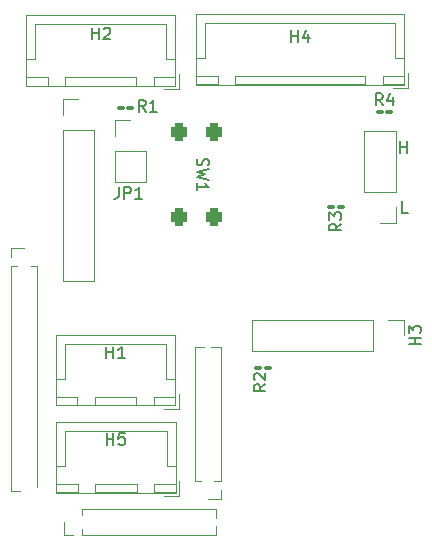
<source format=gto>
G04 #@! TF.GenerationSoftware,KiCad,Pcbnew,7.0.6*
G04 #@! TF.CreationDate,2023-10-04T20:15:19-05:00*
G04 #@! TF.ProjectId,qvadrans_adapter_board,71766164-7261-46e7-935f-616461707465,rev?*
G04 #@! TF.SameCoordinates,Original*
G04 #@! TF.FileFunction,Legend,Top*
G04 #@! TF.FilePolarity,Positive*
%FSLAX46Y46*%
G04 Gerber Fmt 4.6, Leading zero omitted, Abs format (unit mm)*
G04 Created by KiCad (PCBNEW 7.0.6) date 2023-10-04 20:15:19*
%MOMM*%
%LPD*%
G01*
G04 APERTURE LIST*
G04 Aperture macros list*
%AMRoundRect*
0 Rectangle with rounded corners*
0 $1 Rounding radius*
0 $2 $3 $4 $5 $6 $7 $8 $9 X,Y pos of 4 corners*
0 Add a 4 corners polygon primitive as box body*
4,1,4,$2,$3,$4,$5,$6,$7,$8,$9,$2,$3,0*
0 Add four circle primitives for the rounded corners*
1,1,$1+$1,$2,$3*
1,1,$1+$1,$4,$5*
1,1,$1+$1,$6,$7*
1,1,$1+$1,$8,$9*
0 Add four rect primitives between the rounded corners*
20,1,$1+$1,$2,$3,$4,$5,0*
20,1,$1+$1,$4,$5,$6,$7,0*
20,1,$1+$1,$6,$7,$8,$9,0*
20,1,$1+$1,$8,$9,$2,$3,0*%
G04 Aperture macros list end*
%ADD10C,0.150000*%
%ADD11C,0.120000*%
%ADD12R,1.700000X1.700000*%
%ADD13O,1.700000X1.700000*%
%ADD14RoundRect,0.100000X0.217500X0.100000X-0.217500X0.100000X-0.217500X-0.100000X0.217500X-0.100000X0*%
%ADD15C,3.500000*%
%ADD16R,1.700000X1.950000*%
%ADD17O,1.700000X1.950000*%
%ADD18RoundRect,0.100000X-0.217500X-0.100000X0.217500X-0.100000X0.217500X0.100000X-0.217500X0.100000X0*%
%ADD19O,1.000000X1.000000*%
%ADD20R,1.000000X1.000000*%
%ADD21RoundRect,0.350000X-0.350000X0.450000X-0.350000X-0.450000X0.350000X-0.450000X0.350000X0.450000X0*%
%ADD22C,3.800000*%
G04 APERTURE END LIST*
D10*
X151989286Y-98179819D02*
X151989286Y-97179819D01*
X151989286Y-97656009D02*
X152560714Y-97656009D01*
X152560714Y-98179819D02*
X152560714Y-97179819D01*
X152634523Y-103204819D02*
X152158333Y-103204819D01*
X152158333Y-103204819D02*
X152158333Y-102204819D01*
X153734819Y-114361904D02*
X152734819Y-114361904D01*
X153211009Y-114361904D02*
X153211009Y-113790476D01*
X153734819Y-113790476D02*
X152734819Y-113790476D01*
X152734819Y-113409523D02*
X152734819Y-112790476D01*
X152734819Y-112790476D02*
X153115771Y-113123809D01*
X153115771Y-113123809D02*
X153115771Y-112980952D01*
X153115771Y-112980952D02*
X153163390Y-112885714D01*
X153163390Y-112885714D02*
X153211009Y-112838095D01*
X153211009Y-112838095D02*
X153306247Y-112790476D01*
X153306247Y-112790476D02*
X153544342Y-112790476D01*
X153544342Y-112790476D02*
X153639580Y-112838095D01*
X153639580Y-112838095D02*
X153687200Y-112885714D01*
X153687200Y-112885714D02*
X153734819Y-112980952D01*
X153734819Y-112980952D02*
X153734819Y-113266666D01*
X153734819Y-113266666D02*
X153687200Y-113361904D01*
X153687200Y-113361904D02*
X153639580Y-113409523D01*
X147004819Y-104141666D02*
X146528628Y-104474999D01*
X147004819Y-104713094D02*
X146004819Y-104713094D01*
X146004819Y-104713094D02*
X146004819Y-104332142D01*
X146004819Y-104332142D02*
X146052438Y-104236904D01*
X146052438Y-104236904D02*
X146100057Y-104189285D01*
X146100057Y-104189285D02*
X146195295Y-104141666D01*
X146195295Y-104141666D02*
X146338152Y-104141666D01*
X146338152Y-104141666D02*
X146433390Y-104189285D01*
X146433390Y-104189285D02*
X146481009Y-104236904D01*
X146481009Y-104236904D02*
X146528628Y-104332142D01*
X146528628Y-104332142D02*
X146528628Y-104713094D01*
X146004819Y-103808332D02*
X146004819Y-103189285D01*
X146004819Y-103189285D02*
X146385771Y-103522618D01*
X146385771Y-103522618D02*
X146385771Y-103379761D01*
X146385771Y-103379761D02*
X146433390Y-103284523D01*
X146433390Y-103284523D02*
X146481009Y-103236904D01*
X146481009Y-103236904D02*
X146576247Y-103189285D01*
X146576247Y-103189285D02*
X146814342Y-103189285D01*
X146814342Y-103189285D02*
X146909580Y-103236904D01*
X146909580Y-103236904D02*
X146957200Y-103284523D01*
X146957200Y-103284523D02*
X147004819Y-103379761D01*
X147004819Y-103379761D02*
X147004819Y-103665475D01*
X147004819Y-103665475D02*
X146957200Y-103760713D01*
X146957200Y-103760713D02*
X146909580Y-103808332D01*
X125878095Y-88532819D02*
X125878095Y-87532819D01*
X125878095Y-88009009D02*
X126449523Y-88009009D01*
X126449523Y-88532819D02*
X126449523Y-87532819D01*
X126878095Y-87628057D02*
X126925714Y-87580438D01*
X126925714Y-87580438D02*
X127020952Y-87532819D01*
X127020952Y-87532819D02*
X127259047Y-87532819D01*
X127259047Y-87532819D02*
X127354285Y-87580438D01*
X127354285Y-87580438D02*
X127401904Y-87628057D01*
X127401904Y-87628057D02*
X127449523Y-87723295D01*
X127449523Y-87723295D02*
X127449523Y-87818533D01*
X127449523Y-87818533D02*
X127401904Y-87961390D01*
X127401904Y-87961390D02*
X126830476Y-88532819D01*
X126830476Y-88532819D02*
X127449523Y-88532819D01*
X142748095Y-88752819D02*
X142748095Y-87752819D01*
X142748095Y-88229009D02*
X143319523Y-88229009D01*
X143319523Y-88752819D02*
X143319523Y-87752819D01*
X144224285Y-88086152D02*
X144224285Y-88752819D01*
X143986190Y-87705200D02*
X143748095Y-88419485D01*
X143748095Y-88419485D02*
X144367142Y-88419485D01*
X150508333Y-94104819D02*
X150175000Y-93628628D01*
X149936905Y-94104819D02*
X149936905Y-93104819D01*
X149936905Y-93104819D02*
X150317857Y-93104819D01*
X150317857Y-93104819D02*
X150413095Y-93152438D01*
X150413095Y-93152438D02*
X150460714Y-93200057D01*
X150460714Y-93200057D02*
X150508333Y-93295295D01*
X150508333Y-93295295D02*
X150508333Y-93438152D01*
X150508333Y-93438152D02*
X150460714Y-93533390D01*
X150460714Y-93533390D02*
X150413095Y-93581009D01*
X150413095Y-93581009D02*
X150317857Y-93628628D01*
X150317857Y-93628628D02*
X149936905Y-93628628D01*
X151365476Y-93438152D02*
X151365476Y-94104819D01*
X151127381Y-93057200D02*
X150889286Y-93771485D01*
X150889286Y-93771485D02*
X151508333Y-93771485D01*
X128141666Y-101044819D02*
X128141666Y-101759104D01*
X128141666Y-101759104D02*
X128094047Y-101901961D01*
X128094047Y-101901961D02*
X127998809Y-101997200D01*
X127998809Y-101997200D02*
X127855952Y-102044819D01*
X127855952Y-102044819D02*
X127760714Y-102044819D01*
X128617857Y-102044819D02*
X128617857Y-101044819D01*
X128617857Y-101044819D02*
X128998809Y-101044819D01*
X128998809Y-101044819D02*
X129094047Y-101092438D01*
X129094047Y-101092438D02*
X129141666Y-101140057D01*
X129141666Y-101140057D02*
X129189285Y-101235295D01*
X129189285Y-101235295D02*
X129189285Y-101378152D01*
X129189285Y-101378152D02*
X129141666Y-101473390D01*
X129141666Y-101473390D02*
X129094047Y-101521009D01*
X129094047Y-101521009D02*
X128998809Y-101568628D01*
X128998809Y-101568628D02*
X128617857Y-101568628D01*
X130141666Y-102044819D02*
X129570238Y-102044819D01*
X129855952Y-102044819D02*
X129855952Y-101044819D01*
X129855952Y-101044819D02*
X129760714Y-101187676D01*
X129760714Y-101187676D02*
X129665476Y-101282914D01*
X129665476Y-101282914D02*
X129570238Y-101330533D01*
X127113095Y-115554819D02*
X127113095Y-114554819D01*
X127113095Y-115031009D02*
X127684523Y-115031009D01*
X127684523Y-115554819D02*
X127684523Y-114554819D01*
X128684523Y-115554819D02*
X128113095Y-115554819D01*
X128398809Y-115554819D02*
X128398809Y-114554819D01*
X128398809Y-114554819D02*
X128303571Y-114697676D01*
X128303571Y-114697676D02*
X128208333Y-114792914D01*
X128208333Y-114792914D02*
X128113095Y-114840533D01*
X127138095Y-122854819D02*
X127138095Y-121854819D01*
X127138095Y-122331009D02*
X127709523Y-122331009D01*
X127709523Y-122854819D02*
X127709523Y-121854819D01*
X128661904Y-121854819D02*
X128185714Y-121854819D01*
X128185714Y-121854819D02*
X128138095Y-122331009D01*
X128138095Y-122331009D02*
X128185714Y-122283390D01*
X128185714Y-122283390D02*
X128280952Y-122235771D01*
X128280952Y-122235771D02*
X128519047Y-122235771D01*
X128519047Y-122235771D02*
X128614285Y-122283390D01*
X128614285Y-122283390D02*
X128661904Y-122331009D01*
X128661904Y-122331009D02*
X128709523Y-122426247D01*
X128709523Y-122426247D02*
X128709523Y-122664342D01*
X128709523Y-122664342D02*
X128661904Y-122759580D01*
X128661904Y-122759580D02*
X128614285Y-122807200D01*
X128614285Y-122807200D02*
X128519047Y-122854819D01*
X128519047Y-122854819D02*
X128280952Y-122854819D01*
X128280952Y-122854819D02*
X128185714Y-122807200D01*
X128185714Y-122807200D02*
X128138095Y-122759580D01*
X130433333Y-94679819D02*
X130100000Y-94203628D01*
X129861905Y-94679819D02*
X129861905Y-93679819D01*
X129861905Y-93679819D02*
X130242857Y-93679819D01*
X130242857Y-93679819D02*
X130338095Y-93727438D01*
X130338095Y-93727438D02*
X130385714Y-93775057D01*
X130385714Y-93775057D02*
X130433333Y-93870295D01*
X130433333Y-93870295D02*
X130433333Y-94013152D01*
X130433333Y-94013152D02*
X130385714Y-94108390D01*
X130385714Y-94108390D02*
X130338095Y-94156009D01*
X130338095Y-94156009D02*
X130242857Y-94203628D01*
X130242857Y-94203628D02*
X129861905Y-94203628D01*
X131385714Y-94679819D02*
X130814286Y-94679819D01*
X131100000Y-94679819D02*
X131100000Y-93679819D01*
X131100000Y-93679819D02*
X131004762Y-93822676D01*
X131004762Y-93822676D02*
X130909524Y-93917914D01*
X130909524Y-93917914D02*
X130814286Y-93965533D01*
X140579819Y-117741666D02*
X140103628Y-118074999D01*
X140579819Y-118313094D02*
X139579819Y-118313094D01*
X139579819Y-118313094D02*
X139579819Y-117932142D01*
X139579819Y-117932142D02*
X139627438Y-117836904D01*
X139627438Y-117836904D02*
X139675057Y-117789285D01*
X139675057Y-117789285D02*
X139770295Y-117741666D01*
X139770295Y-117741666D02*
X139913152Y-117741666D01*
X139913152Y-117741666D02*
X140008390Y-117789285D01*
X140008390Y-117789285D02*
X140056009Y-117836904D01*
X140056009Y-117836904D02*
X140103628Y-117932142D01*
X140103628Y-117932142D02*
X140103628Y-118313094D01*
X139675057Y-117360713D02*
X139627438Y-117313094D01*
X139627438Y-117313094D02*
X139579819Y-117217856D01*
X139579819Y-117217856D02*
X139579819Y-116979761D01*
X139579819Y-116979761D02*
X139627438Y-116884523D01*
X139627438Y-116884523D02*
X139675057Y-116836904D01*
X139675057Y-116836904D02*
X139770295Y-116789285D01*
X139770295Y-116789285D02*
X139865533Y-116789285D01*
X139865533Y-116789285D02*
X140008390Y-116836904D01*
X140008390Y-116836904D02*
X140579819Y-117408332D01*
X140579819Y-117408332D02*
X140579819Y-116789285D01*
X134817800Y-98641667D02*
X134770180Y-98784524D01*
X134770180Y-98784524D02*
X134770180Y-99022619D01*
X134770180Y-99022619D02*
X134817800Y-99117857D01*
X134817800Y-99117857D02*
X134865419Y-99165476D01*
X134865419Y-99165476D02*
X134960657Y-99213095D01*
X134960657Y-99213095D02*
X135055895Y-99213095D01*
X135055895Y-99213095D02*
X135151133Y-99165476D01*
X135151133Y-99165476D02*
X135198752Y-99117857D01*
X135198752Y-99117857D02*
X135246371Y-99022619D01*
X135246371Y-99022619D02*
X135293990Y-98832143D01*
X135293990Y-98832143D02*
X135341609Y-98736905D01*
X135341609Y-98736905D02*
X135389228Y-98689286D01*
X135389228Y-98689286D02*
X135484466Y-98641667D01*
X135484466Y-98641667D02*
X135579704Y-98641667D01*
X135579704Y-98641667D02*
X135674942Y-98689286D01*
X135674942Y-98689286D02*
X135722561Y-98736905D01*
X135722561Y-98736905D02*
X135770180Y-98832143D01*
X135770180Y-98832143D02*
X135770180Y-99070238D01*
X135770180Y-99070238D02*
X135722561Y-99213095D01*
X135770180Y-99546429D02*
X134770180Y-99784524D01*
X134770180Y-99784524D02*
X135484466Y-99975000D01*
X135484466Y-99975000D02*
X134770180Y-100165476D01*
X134770180Y-100165476D02*
X135770180Y-100403572D01*
X134770180Y-101308333D02*
X134770180Y-100736905D01*
X134770180Y-101022619D02*
X135770180Y-101022619D01*
X135770180Y-101022619D02*
X135627323Y-100927381D01*
X135627323Y-100927381D02*
X135532085Y-100832143D01*
X135532085Y-100832143D02*
X135484466Y-100736905D01*
D11*
X149680000Y-114930000D02*
X139460000Y-114930000D01*
X152280000Y-112270000D02*
X152280000Y-113600000D01*
X149680000Y-112270000D02*
X139460000Y-112270000D01*
X139460000Y-112270000D02*
X139460000Y-114930000D01*
X149680000Y-112270000D02*
X149680000Y-114930000D01*
X150950000Y-112270000D02*
X152280000Y-112270000D01*
X133240000Y-92748000D02*
X133240000Y-91498000D01*
X132950000Y-92458000D02*
X132950000Y-86488000D01*
X132950000Y-86488000D02*
X120330000Y-86488000D01*
X132940000Y-92448000D02*
X132940000Y-91698000D01*
X132940000Y-91698000D02*
X131140000Y-91698000D01*
X132940000Y-90198000D02*
X132190000Y-90198000D01*
X132190000Y-90198000D02*
X132190000Y-87248000D01*
X132190000Y-87248000D02*
X126640000Y-87248000D01*
X131990000Y-92748000D02*
X133240000Y-92748000D01*
X131140000Y-92448000D02*
X132940000Y-92448000D01*
X131140000Y-91698000D02*
X131140000Y-92448000D01*
X129640000Y-92448000D02*
X129640000Y-91698000D01*
X129640000Y-91698000D02*
X123640000Y-91698000D01*
X123640000Y-92448000D02*
X129640000Y-92448000D01*
X123640000Y-91698000D02*
X123640000Y-92448000D01*
X122140000Y-92448000D02*
X122140000Y-91698000D01*
X122140000Y-91698000D02*
X120340000Y-91698000D01*
X121090000Y-90198000D02*
X121090000Y-87248000D01*
X121090000Y-87248000D02*
X126640000Y-87248000D01*
X120340000Y-92448000D02*
X122140000Y-92448000D01*
X120340000Y-91698000D02*
X120340000Y-92448000D01*
X120340000Y-90198000D02*
X121090000Y-90198000D01*
X120330000Y-92458000D02*
X132950000Y-92458000D01*
X120330000Y-86488000D02*
X120330000Y-92458000D01*
X123420000Y-93610000D02*
X124750000Y-93610000D01*
X123420000Y-94940000D02*
X123420000Y-93610000D01*
X123420000Y-96210000D02*
X123420000Y-108970000D01*
X123420000Y-96210000D02*
X126080000Y-96210000D01*
X123420000Y-108970000D02*
X126080000Y-108970000D01*
X126080000Y-96210000D02*
X126080000Y-108970000D01*
X152640000Y-92648000D02*
X152640000Y-91398000D01*
X152350000Y-92358000D02*
X152350000Y-86388000D01*
X152350000Y-86388000D02*
X134730000Y-86388000D01*
X152340000Y-92348000D02*
X152340000Y-91598000D01*
X152340000Y-91598000D02*
X150540000Y-91598000D01*
X152340000Y-90098000D02*
X151590000Y-90098000D01*
X151590000Y-90098000D02*
X151590000Y-87148000D01*
X151590000Y-87148000D02*
X143540000Y-87148000D01*
X151390000Y-92648000D02*
X152640000Y-92648000D01*
X150540000Y-92348000D02*
X152340000Y-92348000D01*
X150540000Y-91598000D02*
X150540000Y-92348000D01*
X149040000Y-92348000D02*
X149040000Y-91598000D01*
X149040000Y-91598000D02*
X138040000Y-91598000D01*
X138040000Y-92348000D02*
X149040000Y-92348000D01*
X138040000Y-91598000D02*
X138040000Y-92348000D01*
X136540000Y-92348000D02*
X136540000Y-91598000D01*
X136540000Y-91598000D02*
X134740000Y-91598000D01*
X135490000Y-90098000D02*
X135490000Y-87148000D01*
X135490000Y-87148000D02*
X143540000Y-87148000D01*
X134740000Y-92348000D02*
X136540000Y-92348000D01*
X134740000Y-91598000D02*
X134740000Y-92348000D01*
X134740000Y-90098000D02*
X135490000Y-90098000D01*
X134730000Y-92358000D02*
X152350000Y-92358000D01*
X134730000Y-86388000D02*
X134730000Y-92358000D01*
X151605000Y-104060000D02*
X150275000Y-104060000D01*
X151605000Y-102730000D02*
X151605000Y-104060000D01*
X151605000Y-101460000D02*
X151605000Y-96320000D01*
X151605000Y-101460000D02*
X148945000Y-101460000D01*
X151605000Y-96320000D02*
X148945000Y-96320000D01*
X148945000Y-101460000D02*
X148945000Y-96320000D01*
X127820000Y-95370000D02*
X129150000Y-95370000D01*
X127820000Y-96700000D02*
X127820000Y-95370000D01*
X127820000Y-97970000D02*
X127820000Y-100570000D01*
X127820000Y-97970000D02*
X130480000Y-97970000D01*
X127820000Y-100570000D02*
X130480000Y-100570000D01*
X130480000Y-97970000D02*
X130480000Y-100570000D01*
X133250000Y-119825000D02*
X133250000Y-118575000D01*
X132960000Y-119535000D02*
X132960000Y-113565000D01*
X132960000Y-113565000D02*
X122840000Y-113565000D01*
X132950000Y-119525000D02*
X132950000Y-118775000D01*
X132950000Y-118775000D02*
X131150000Y-118775000D01*
X132950000Y-117275000D02*
X132200000Y-117275000D01*
X132200000Y-117275000D02*
X132200000Y-114325000D01*
X132200000Y-114325000D02*
X127900000Y-114325000D01*
X132000000Y-119825000D02*
X133250000Y-119825000D01*
X131150000Y-119525000D02*
X132950000Y-119525000D01*
X131150000Y-118775000D02*
X131150000Y-119525000D01*
X129650000Y-119525000D02*
X129650000Y-118775000D01*
X129650000Y-118775000D02*
X126150000Y-118775000D01*
X126150000Y-119525000D02*
X129650000Y-119525000D01*
X126150000Y-118775000D02*
X126150000Y-119525000D01*
X124650000Y-119525000D02*
X124650000Y-118775000D01*
X124650000Y-118775000D02*
X122850000Y-118775000D01*
X123600000Y-117275000D02*
X123600000Y-114325000D01*
X123600000Y-114325000D02*
X127900000Y-114325000D01*
X122850000Y-119525000D02*
X124650000Y-119525000D01*
X122850000Y-118775000D02*
X122850000Y-119525000D01*
X122850000Y-117275000D02*
X123600000Y-117275000D01*
X122840000Y-119535000D02*
X132960000Y-119535000D01*
X122840000Y-113565000D02*
X122840000Y-119535000D01*
X119040000Y-106198000D02*
X120150000Y-106198000D01*
X119040000Y-106958000D02*
X119040000Y-106198000D01*
X119040000Y-107718000D02*
X119040000Y-126808000D01*
X119040000Y-107718000D02*
X119586529Y-107718000D01*
X119040000Y-126808000D02*
X119842470Y-126808000D01*
X120713471Y-107718000D02*
X121260000Y-107718000D01*
X121260000Y-107718000D02*
X121260000Y-126408000D01*
X123490000Y-130518000D02*
X123490000Y-129408000D01*
X124250000Y-130518000D02*
X123490000Y-130518000D01*
X125010000Y-128298000D02*
X136375000Y-128298000D01*
X125010000Y-128844529D02*
X125010000Y-128298000D01*
X125010000Y-130518000D02*
X125010000Y-129971471D01*
X125010000Y-130518000D02*
X136375000Y-130518000D01*
X134595000Y-125950000D02*
X134595000Y-114585000D01*
X135141529Y-125950000D02*
X134595000Y-125950000D01*
X135397470Y-114585000D02*
X134595000Y-114585000D01*
X136375000Y-129100470D02*
X136375000Y-128298000D01*
X136375000Y-130518000D02*
X136375000Y-129715530D01*
X136815000Y-114585000D02*
X136012530Y-114585000D01*
X136815000Y-125950000D02*
X136268471Y-125950000D01*
X136815000Y-125950000D02*
X136815000Y-114585000D01*
X136815000Y-126710000D02*
X136815000Y-127470000D01*
X136815000Y-127470000D02*
X135705000Y-127470000D01*
X133275000Y-127200000D02*
X133275000Y-125950000D01*
X132985000Y-126910000D02*
X132985000Y-120940000D01*
X132985000Y-120940000D02*
X122865000Y-120940000D01*
X132975000Y-126900000D02*
X132975000Y-126150000D01*
X132975000Y-126150000D02*
X131175000Y-126150000D01*
X132975000Y-124650000D02*
X132225000Y-124650000D01*
X132225000Y-124650000D02*
X132225000Y-121700000D01*
X132225000Y-121700000D02*
X127925000Y-121700000D01*
X132025000Y-127200000D02*
X133275000Y-127200000D01*
X131175000Y-126900000D02*
X132975000Y-126900000D01*
X131175000Y-126150000D02*
X131175000Y-126900000D01*
X129675000Y-126900000D02*
X129675000Y-126150000D01*
X129675000Y-126150000D02*
X126175000Y-126150000D01*
X126175000Y-126900000D02*
X129675000Y-126900000D01*
X126175000Y-126150000D02*
X126175000Y-126900000D01*
X124675000Y-126900000D02*
X124675000Y-126150000D01*
X124675000Y-126150000D02*
X122875000Y-126150000D01*
X123625000Y-124650000D02*
X123625000Y-121700000D01*
X123625000Y-121700000D02*
X127925000Y-121700000D01*
X122875000Y-126900000D02*
X124675000Y-126900000D01*
X122875000Y-126150000D02*
X122875000Y-126900000D01*
X122875000Y-124650000D02*
X123625000Y-124650000D01*
X122865000Y-126910000D02*
X132985000Y-126910000D01*
X122865000Y-120940000D02*
X122865000Y-126910000D01*
%LPC*%
D12*
X150950000Y-113600000D03*
D13*
X148410000Y-113600000D03*
X145870000Y-113600000D03*
X143330000Y-113600000D03*
X140790000Y-113600000D03*
D14*
X146982500Y-102725000D03*
X146167500Y-102725000D03*
D15*
X150975000Y-128850000D03*
D16*
X130390000Y-89998000D03*
D17*
X127890000Y-89998000D03*
X125390000Y-89998000D03*
X122890000Y-89998000D03*
D12*
X124750000Y-94940000D03*
D13*
X124750000Y-97480000D03*
X124750000Y-100020000D03*
X124750000Y-102560000D03*
X124750000Y-105100000D03*
X124750000Y-107640000D03*
D16*
X149790000Y-89898000D03*
D17*
X147290000Y-89898000D03*
X144790000Y-89898000D03*
X142290000Y-89898000D03*
X139790000Y-89898000D03*
X137290000Y-89898000D03*
D18*
X150267500Y-94700000D03*
X151082500Y-94700000D03*
D12*
X150275000Y-102730000D03*
D13*
X150275000Y-100190000D03*
X150275000Y-97650000D03*
D12*
X129150000Y-96700000D03*
D13*
X129150000Y-99240000D03*
D15*
X150970000Y-82838000D03*
D16*
X130400000Y-117075000D03*
D17*
X127900000Y-117075000D03*
X125400000Y-117075000D03*
D19*
X135705000Y-125440000D03*
X135705000Y-116550000D03*
X135705000Y-117820000D03*
X135705000Y-124170000D03*
X135705000Y-115280000D03*
D20*
X135705000Y-126710000D03*
X124250000Y-129408000D03*
D19*
X125520000Y-129408000D03*
X126790000Y-129408000D03*
X128060000Y-129408000D03*
X129330000Y-129408000D03*
X130600000Y-129408000D03*
D20*
X120150000Y-106958000D03*
D19*
X120150000Y-108228000D03*
X120150000Y-109498000D03*
X120150000Y-110768000D03*
X120150000Y-112038000D03*
X133140000Y-129408000D03*
X134410000Y-129408000D03*
X135680000Y-129408000D03*
X120150000Y-115848000D03*
X120150000Y-117118000D03*
X120150000Y-118388000D03*
X120150000Y-119658000D03*
X120150000Y-120928000D03*
X120150000Y-122198000D03*
X135705000Y-122900000D03*
X135705000Y-121630000D03*
X135705000Y-120360000D03*
X131870000Y-129408000D03*
X135705000Y-119090000D03*
X120150000Y-113308000D03*
X120150000Y-114578000D03*
X120150000Y-123468000D03*
X120150000Y-124738000D03*
X120150000Y-126008000D03*
D16*
X130425000Y-124450000D03*
D17*
X127925000Y-124450000D03*
X125425000Y-124450000D03*
D14*
X129132500Y-94375000D03*
X128317500Y-94375000D03*
D15*
X120975000Y-82850000D03*
D14*
X139967500Y-116325000D03*
X140782500Y-116325000D03*
D21*
X133225000Y-96375000D03*
X133225000Y-103575000D03*
X136225000Y-96375000D03*
X136225000Y-103575000D03*
D22*
X120975000Y-128850000D03*
%LPD*%
M02*

</source>
